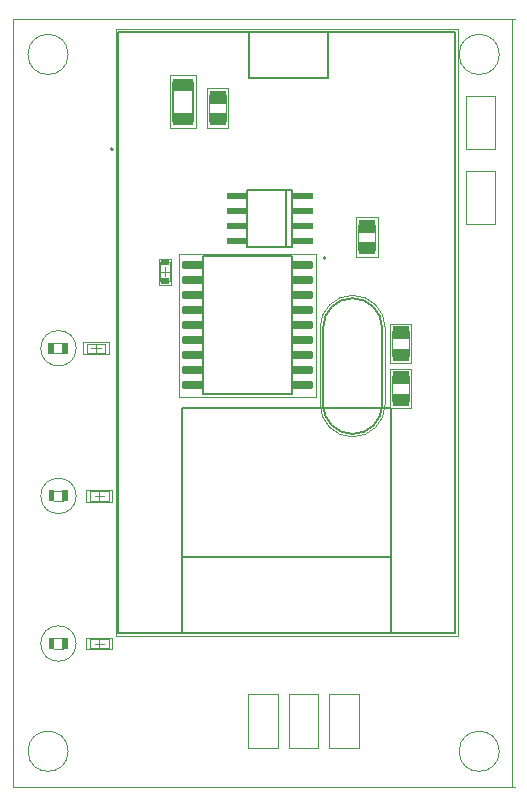
<source format=gbp>
G04*
G04 #@! TF.GenerationSoftware,Altium Limited,Altium Designer,21.0.9 (235)*
G04*
G04 Layer_Color=128*
%FSLAX25Y25*%
%MOIN*%
G70*
G04*
G04 #@! TF.SameCoordinates,A9A079C1-7CC1-46CE-92A7-F05A66FF1BB4*
G04*
G04*
G04 #@! TF.FilePolarity,Positive*
G04*
G01*
G75*
%ADD10C,0.00787*%
%ADD12C,0.00500*%
%ADD13C,0.00050*%
%ADD14C,0.00000*%
%ADD15C,0.00394*%
%ADD16C,0.00800*%
%ADD17C,0.00400*%
%ADD18C,0.00197*%
%ADD19C,0.00201*%
%ADD42R,0.06772X0.04134*%
%ADD43R,0.06890X0.02362*%
%ADD44R,0.05500X0.04000*%
G04:AMPARAMS|DCode=45|XSize=75.2mil|YSize=23.62mil|CornerRadius=2.95mil|HoleSize=0mil|Usage=FLASHONLY|Rotation=180.000|XOffset=0mil|YOffset=0mil|HoleType=Round|Shape=RoundedRectangle|*
%AMROUNDEDRECTD45*
21,1,0.07520,0.01772,0,0,180.0*
21,1,0.06929,0.02362,0,0,180.0*
1,1,0.00591,-0.03465,0.00886*
1,1,0.00591,0.03465,0.00886*
1,1,0.00591,0.03465,-0.00886*
1,1,0.00591,-0.03465,-0.00886*
%
%ADD45ROUNDEDRECTD45*%
%ADD46R,0.03150X0.02362*%
G36*
X97966Y-60062D02*
X93635D01*
Y-58132D01*
X97966D01*
Y-60062D01*
D02*
G37*
G36*
X77887D02*
X73556D01*
Y-58132D01*
X77887D01*
Y-60062D01*
D02*
G37*
G36*
X97966Y-65062D02*
X93635D01*
Y-63132D01*
X97966D01*
Y-65062D01*
D02*
G37*
G36*
X77887D02*
X73556D01*
Y-63132D01*
X77887D01*
Y-65062D01*
D02*
G37*
G36*
X97966Y-70062D02*
X93635D01*
Y-68132D01*
X97966D01*
Y-70062D01*
D02*
G37*
G36*
X77887D02*
X73556D01*
Y-68132D01*
X77887D01*
Y-70062D01*
D02*
G37*
G36*
X97966Y-75062D02*
X93635D01*
Y-73132D01*
X97966D01*
Y-75062D01*
D02*
G37*
G36*
X77887D02*
X73556D01*
Y-73132D01*
X77887D01*
Y-75062D01*
D02*
G37*
G36*
X18522Y-111612D02*
X16555D01*
Y-107868D01*
X18522D01*
Y-111612D01*
D02*
G37*
G36*
X13922Y-111613D02*
X11945D01*
Y-107868D01*
X13922D01*
Y-111613D01*
D02*
G37*
G36*
X18539Y-160825D02*
X16573D01*
Y-157081D01*
X18539D01*
Y-160825D01*
D02*
G37*
G36*
X13939Y-160826D02*
X11963D01*
Y-157081D01*
X13939D01*
Y-160826D01*
D02*
G37*
G36*
X18532Y-210037D02*
X16566D01*
Y-206294D01*
X18532D01*
Y-210037D01*
D02*
G37*
G36*
X13932Y-210038D02*
X11956D01*
Y-206294D01*
X13932D01*
Y-210038D01*
D02*
G37*
D10*
X33429Y-43417D02*
G03*
X33429Y-43417I-394J0D01*
G01*
X104383Y-79735D02*
G03*
X104383Y-79735I-394J0D01*
G01*
D12*
X103480Y-128492D02*
G03*
X113323Y-138335I9843J0D01*
G01*
D02*
G03*
X123165Y-128492I0J9843D01*
G01*
X113323Y-93059D02*
G03*
X103480Y-102902I0J-9843D01*
G01*
X123165D02*
G03*
X113323Y-93059I-9843J0D01*
G01*
X53476Y-21165D02*
X60169D01*
X53476Y-33999D02*
Y-21165D01*
Y-33999D02*
X60169D01*
Y-21165D01*
X103480Y-128492D02*
Y-102902D01*
X123165Y-128492D02*
Y-102902D01*
X35280Y-4205D02*
X78858D01*
X105280D01*
X147524D01*
X35280Y-204795D02*
Y-4205D01*
X147524Y-204795D02*
Y-4205D01*
X35280Y-204795D02*
X56421D01*
X126067D01*
X147524D01*
X56421D02*
Y-179244D01*
Y-129520D01*
X126067D01*
Y-179244D02*
Y-129520D01*
Y-204795D02*
Y-179244D01*
X56421D02*
X126067D01*
X105280Y-19520D02*
Y-4205D01*
X78858Y-19520D02*
X105280D01*
X78858D02*
Y-4205D01*
X63360Y-125030D02*
Y-79164D01*
X93281Y-125030D02*
Y-79164D01*
X63360Y-125030D02*
X93281D01*
X63360Y-79164D02*
X93281D01*
D13*
X162205Y-244094D02*
G03*
X162205Y-244094I-6693J0D01*
G01*
X18504Y-11811D02*
G03*
X18504Y-11811I-6693J0D01*
G01*
X21176Y-109759D02*
G03*
X21176Y-109759I-5906J0D01*
G01*
X162205Y-11811D02*
G03*
X162205Y-11811I-6693J0D01*
G01*
X18504Y-244094D02*
G03*
X18504Y-244094I-6693J0D01*
G01*
X21176Y-158971D02*
G03*
X21176Y-158971I-5906J0D01*
G01*
Y-208184D02*
G03*
X21176Y-208184I-5906J0D01*
G01*
X0Y-255906D02*
X167323D01*
X0Y0D02*
X167323D01*
X166323Y-255906D02*
Y0D01*
X0Y-255906D02*
Y0D01*
Y-255906D02*
Y-98425D01*
D14*
X115200Y-74400D02*
X120800D01*
Y-76900D02*
Y-74400D01*
X115200Y-76900D02*
Y-74400D01*
Y-71000D02*
X120800D01*
X115200D02*
Y-68500D01*
X120800Y-71000D02*
Y-68500D01*
X115200Y-74400D02*
Y-71000D01*
Y-68500D02*
X120800D01*
Y-74400D02*
Y-71000D01*
X115200Y-76900D02*
X120800D01*
X126523Y-109897D02*
X132123D01*
Y-112397D02*
Y-109897D01*
X126523Y-112397D02*
Y-109897D01*
Y-106497D02*
X132123D01*
X126523D02*
Y-103997D01*
X132123Y-106497D02*
Y-103997D01*
X126523Y-109897D02*
Y-106497D01*
Y-103997D02*
X132123D01*
Y-109897D02*
Y-106497D01*
X126523Y-112397D02*
X132123D01*
X126523Y-121497D02*
X132123D01*
X126523D02*
Y-118997D01*
X132123Y-121497D02*
Y-118997D01*
X126523Y-124897D02*
X132123D01*
Y-127397D02*
Y-124897D01*
X126523Y-127397D02*
Y-124897D01*
X132123D02*
Y-121497D01*
X126523Y-127397D02*
X132123D01*
X126523Y-124897D02*
Y-121497D01*
Y-118997D02*
X132123D01*
X65523Y-27997D02*
X71123D01*
X65523D02*
Y-25497D01*
X71123Y-27997D02*
Y-25497D01*
X65523Y-31397D02*
X71123D01*
Y-33897D02*
Y-31397D01*
X65523Y-33897D02*
Y-31397D01*
X71123D02*
Y-27997D01*
X65523Y-33897D02*
X71123D01*
X65523Y-31397D02*
Y-27997D01*
Y-25497D02*
X71123D01*
D15*
X24654Y-111333D02*
X30953D01*
X24654Y-108184D02*
X30953D01*
Y-111333D02*
Y-108184D01*
X24654Y-111333D02*
Y-108184D01*
X25736Y-160555D02*
X32035D01*
X25736Y-157405D02*
X32035D01*
Y-160555D02*
Y-157405D01*
X25736Y-160555D02*
Y-157405D01*
Y-209759D02*
X32035D01*
X25736Y-206609D02*
X32035D01*
Y-209759D02*
Y-206609D01*
X25736Y-209759D02*
Y-206609D01*
X49248Y-87347D02*
Y-81047D01*
X52398Y-87347D02*
Y-81047D01*
X49248D02*
X52398D01*
X49248Y-87347D02*
X52398D01*
X27803Y-111333D02*
Y-108184D01*
X26228Y-109759D02*
X29378D01*
X28886Y-160555D02*
Y-157405D01*
X27311Y-158980D02*
X30461D01*
X28886Y-209759D02*
Y-206609D01*
X27311Y-208184D02*
X30461D01*
X49248Y-84197D02*
X52398D01*
X50823Y-85772D02*
Y-82622D01*
D16*
X91273Y-76046D02*
Y-57148D01*
X78281Y-76046D02*
Y-57148D01*
X91273D01*
X93241D01*
Y-76046D02*
Y-57148D01*
X91273Y-76046D02*
X93241D01*
X78281D02*
X91273D01*
D17*
X13851Y-111408D02*
X16654D01*
X13851Y-108058D02*
X16654D01*
X13862Y-209833D02*
X16665D01*
X13862Y-206483D02*
X16665D01*
X13869Y-160621D02*
X16672D01*
X13869Y-157270D02*
X16672D01*
D18*
X102496Y-128492D02*
G03*
X113323Y-139319I10827J0D01*
G01*
D02*
G03*
X124150Y-128492I0J10827D01*
G01*
X113323Y-92075D02*
G03*
X102496Y-102902I0J-10827D01*
G01*
X124150D02*
G03*
X113323Y-92075I-10827J0D01*
G01*
X23472Y-111727D02*
X32134D01*
X23472Y-107790D02*
X32134D01*
Y-111727D02*
Y-107790D01*
X23472Y-111727D02*
Y-107790D01*
X24555Y-160949D02*
X33217D01*
X24555Y-157012D02*
X33217D01*
Y-160949D02*
Y-157012D01*
X24555Y-160949D02*
Y-157012D01*
Y-210152D02*
X33217D01*
X24555Y-206215D02*
X33217D01*
Y-210152D02*
Y-206215D01*
X24555Y-210152D02*
Y-206215D01*
X52445Y-18783D02*
X61201D01*
X52445Y-36381D02*
Y-18783D01*
Y-36381D02*
X61201D01*
Y-18783D01*
X102496Y-128492D02*
Y-102902D01*
X124150Y-128492D02*
Y-102902D01*
X151079Y-25642D02*
X160921D01*
Y-43358D02*
Y-25642D01*
X151079Y-43358D02*
X160921D01*
X151079D02*
Y-25642D01*
Y-50642D02*
X160921D01*
Y-68358D02*
Y-50642D01*
X151079Y-68358D02*
X160921D01*
X151079D02*
Y-50642D01*
X105579Y-242858D02*
X115421D01*
Y-225142D01*
X105579D02*
X115421D01*
X105579Y-242858D02*
Y-225142D01*
X92079Y-242858D02*
X101921D01*
Y-225142D01*
X92079D02*
X101921D01*
X92079Y-242858D02*
Y-225142D01*
X78579Y-242858D02*
X88421D01*
Y-225142D01*
X78579D02*
X88421D01*
X78579Y-242858D02*
Y-225142D01*
X34295Y-205780D02*
Y-3221D01*
Y-205780D02*
X148508D01*
Y-3221D01*
X34295D02*
X148508D01*
X55427Y-126014D02*
Y-78180D01*
X101214Y-126014D02*
Y-78180D01*
X55427Y-126014D02*
X101214D01*
X55427Y-78180D02*
X101214D01*
X48854Y-88528D02*
Y-79866D01*
X52791Y-88528D02*
Y-79866D01*
X48854D02*
X52791D01*
X48854Y-88528D02*
X52791D01*
D19*
X114496Y-66086D02*
X121622D01*
X114496Y-79275D02*
X121622D01*
X114496D02*
Y-66086D01*
X121622Y-79275D02*
Y-66086D01*
X125819Y-101583D02*
X132945D01*
X125819Y-114772D02*
X132945D01*
X125819D02*
Y-101583D01*
X132945Y-114772D02*
Y-101583D01*
X125701Y-129811D02*
X132827D01*
X125701Y-116622D02*
X132827D01*
Y-129811D02*
Y-116622D01*
X125701Y-129811D02*
Y-116622D01*
X64701Y-36311D02*
X71827D01*
X64701Y-23122D02*
X71827D01*
Y-36311D02*
Y-23122D01*
X64701Y-36311D02*
Y-23122D01*
D42*
X56823Y-21834D02*
D03*
Y-33330D02*
D03*
D43*
X74738Y-74097D02*
D03*
Y-69097D02*
D03*
Y-59097D02*
D03*
X96785Y-74097D02*
D03*
Y-69097D02*
D03*
Y-59097D02*
D03*
X74738Y-64097D02*
D03*
X96785D02*
D03*
D44*
X118000Y-76400D02*
D03*
Y-69000D02*
D03*
X129323Y-111897D02*
D03*
Y-104497D02*
D03*
Y-119497D02*
D03*
Y-126897D02*
D03*
X68323Y-25997D02*
D03*
Y-33397D02*
D03*
D45*
X60171Y-82097D02*
D03*
Y-87097D02*
D03*
Y-92097D02*
D03*
Y-97097D02*
D03*
Y-102097D02*
D03*
Y-107097D02*
D03*
Y-112097D02*
D03*
Y-117097D02*
D03*
Y-122097D02*
D03*
X96470D02*
D03*
Y-117097D02*
D03*
Y-112097D02*
D03*
Y-107097D02*
D03*
Y-102097D02*
D03*
Y-97097D02*
D03*
Y-92097D02*
D03*
Y-87097D02*
D03*
Y-82097D02*
D03*
D46*
X50823Y-87347D02*
D03*
Y-81047D02*
D03*
M02*

</source>
